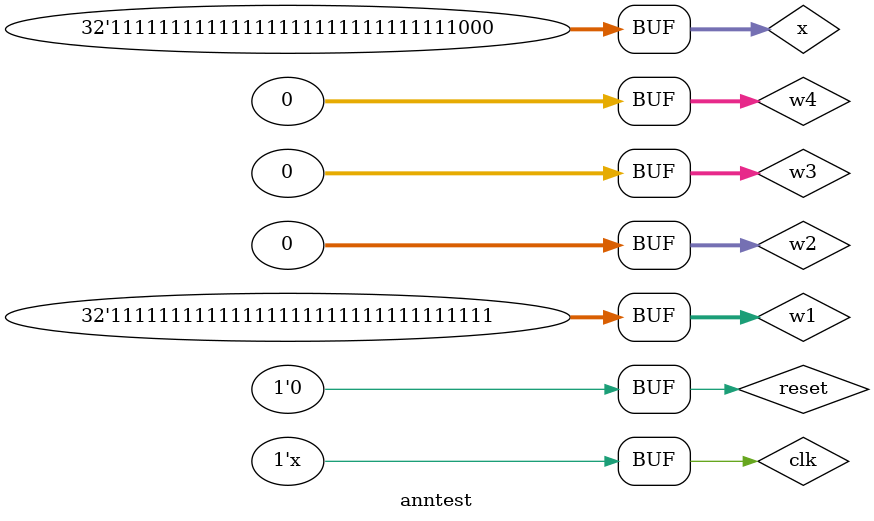
<source format=v>
`timescale 1ns / 1ps
module anntest;
reg clk;
reg reset;
reg [31:0] w1, w2, w3, w4,x;
wire done;
Finalann  Ann_inst (.clk(clk),.reset(reset),.w1(w1),.w2(w2),.w3(w3),.w4(w4),.x(x),.done(done));
initial begin
    clk = 0;reset = 1;#10 reset= 0;end
always #5 clk = ~clk;
initial begin
////////////W1_load is a m1*n1=5*4 matrix at thew ist layer no.of node point 5 and number of nuron is 4///////////////////
        #10 w1=-32'd1; #10 w1=32'd1;  #10 w1=32'd1;   #10 w1=32'd0;   
        #20 w1=32'd1;  #10 w1=-32'd1; #10 w1=-32'd0;  #10 w1=32'd0;  
        #20 w1=-32'd0; #10 w1=-32'd0; #10 w1=-32'd1;  #10 w1=32'd2;  
        #20 w1=-32'd0; #10 w1=-32'd1; #10 w1=-32'd0;  #10 w1=32'd1;  
        #20 w1=32'd2;  #10 w1=-32'd0; #10 w1=-32'd0;  #10 w1=-32'd1;  
////////////////m2*m1=5*5 weight matrix/////////////////////////2nd hidden layer/////////////////////////////////////////      
        #30 w2=32'd3;  #10 w2=-32'd2; #10 w2=-32'd2; #10 w2=32'd1;#10 w2=-32'd1;
        #20 w2=-32'd0; #10 w2=32'd1;  #10 w2=32'd1;  #10 w2=32'd0;#10 w2=32'd1;
        #20 w2=32'd1;  #10 w2=-32'd2; #10 w2=32'd1;  #10 w2=32'd0;#10 w2=32'd2;
        #20 w2=32'd3;  #10 w2=-32'd0; #10 w2=-32'd0; #10 w2=-32'd0;#10 w2=32'd1;
        #20 w2=-32'd4; #10 w2=32'd1;  #10 w2=-32'd2; #10 w2=-32'd1;#10 w2=-32'd0;                    
 //////////////////////////////m3*m2=5*5 weight matrix//////////////////////3rd hidden layer//////////////////////////// 
        #30 w3=-32'd1; #10 w3=-32'd1; #10 w3=32'd1;  #10 w3=32'd1; #10 w3=32'd0;
        #20 w3=32'd2;  #10 w3=32'd2;  #10 w3=32'd0;  #10 w3=32'd1; #10 w3=-32'd1;
        #20 w3=32'd1;  #10 w3=-32'd1;  #10 w3=32'd0; #10 w3=-32'd0;#10 w3=32'd0;
        #20 w3=-32'd2; #10 w3=32'd4;  #10 w3=32'd1;  #10 w3=32'd1; #10 w3=32'd0;
        #20 w3=32'd0;  #10 w3=-32'd5; #10 w3=-32'd1; #10 w3=32'd2; #10 w3=-32'd0;
 /////////////////n4*m3=5*5 weight matrix//////////////////////////////////4Th hidden layer 
        #30 w4=32'd1;  #10 w4=32'd1;  #10 w4=32'd0; #10 w4=32'd1;#10 w4=32'd1;
        #20 w4=32'd1;  #10 w4=-32'd1; #10 w4=32'd1; #10 w4=32'd1;#10 w4=-32'd1;
        #20 w4=-32'd2; #10 w4=32'd1;  #10 w4=32'd2; #10 w4=32'd0;#10 w4=-32'd0;
        #20 w4=-32'd0; #10 w4=-32'd0; #10 w4=-32'd1;#10 w4=32'd2;#10 w4=-32'd0;
        #20 w4=32'd1;  #10 w4=-32'd0; #10 w4=-32'd1;#10 w4=32'd0;#10 w4=32'd0;
///////////////////////////this is output most compressed 4*4 matrixe//////////////////////////////////      
        #30 x=-32'd26; #10 x=32'd15;   #10 x=32'd3;  #10 x=-32'd5;  
        #20 x=-32'd18; #10 x=-32'd0;  #10 x=-32'd34; #10 x=32'd13;  
        #20 x=32'd0;   #10 x=32'd6;   #10 x=-32'd0;  #10 x=32'd0;  
        #20 x=32'd0;   #10 x=32'd24;   #10 x=32'd1;  #10 x=-32'd8;        
end
endmodule
</source>
